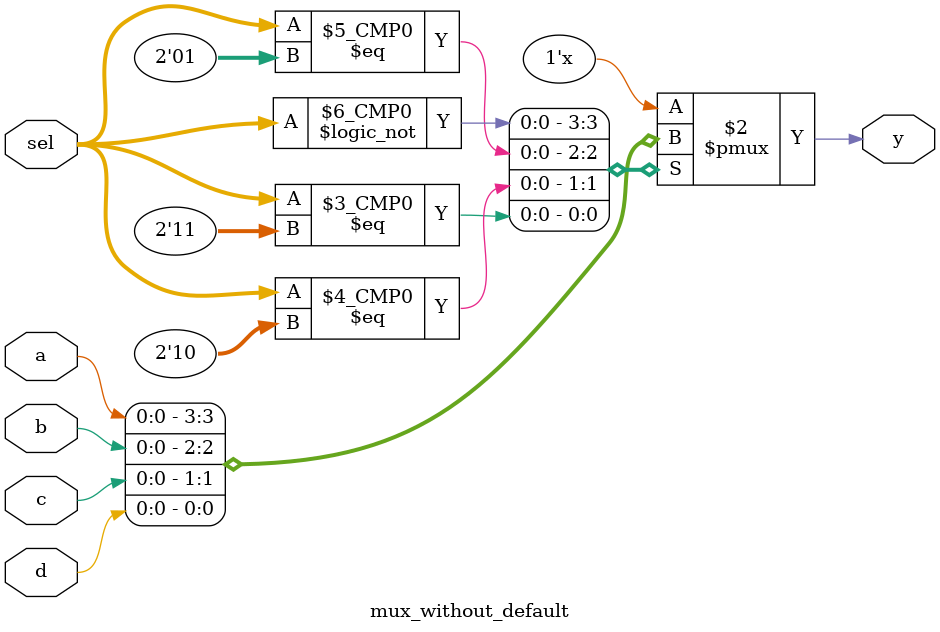
<source format=v>
module mux_without_default (a,b,c,d,sel,y);
input a, b, c, d; 
input [1:0] sel; 
output y; 

reg y;

always @ (a or b or c or d or sel) 
case (sel) 
  0 : y = a; 
  1 : y = b; 
  2 : y = c; 
  3 : y = d; 
  2'bxx,2'bx0,2'bx1,2'b0x,2'b1x,
  2'bzz,2'bz0,2'bz1,2'b0z,2'b1z : $display("Error in SEL");
endcase 

endmodule

</source>
